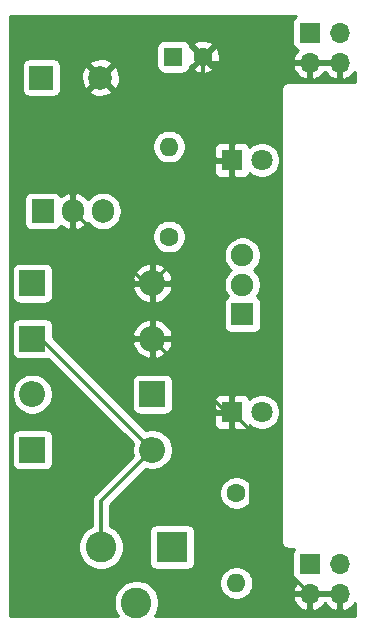
<source format=gbl>
%TF.GenerationSoftware,KiCad,Pcbnew,5.1.8-db9833491~88~ubuntu18.04.1*%
%TF.CreationDate,2021-01-02T19:35:10+01:00*%
%TF.ProjectId,Breadboard_power_supply,42726561-6462-46f6-9172-645f706f7765,Rev A*%
%TF.SameCoordinates,Original*%
%TF.FileFunction,Copper,L2,Bot*%
%TF.FilePolarity,Positive*%
%FSLAX46Y46*%
G04 Gerber Fmt 4.6, Leading zero omitted, Abs format (unit mm)*
G04 Created by KiCad (PCBNEW 5.1.8-db9833491~88~ubuntu18.04.1) date 2021-01-02 19:35:10*
%MOMM*%
%LPD*%
G01*
G04 APERTURE LIST*
%TA.AperFunction,ComponentPad*%
%ADD10R,1.600000X1.600000*%
%TD*%
%TA.AperFunction,ComponentPad*%
%ADD11C,1.600000*%
%TD*%
%TA.AperFunction,ComponentPad*%
%ADD12R,2.000000X2.000000*%
%TD*%
%TA.AperFunction,ComponentPad*%
%ADD13C,2.000000*%
%TD*%
%TA.AperFunction,ComponentPad*%
%ADD14O,2.200000X2.200000*%
%TD*%
%TA.AperFunction,ComponentPad*%
%ADD15R,2.200000X2.200000*%
%TD*%
%TA.AperFunction,ComponentPad*%
%ADD16C,1.800000*%
%TD*%
%TA.AperFunction,ComponentPad*%
%ADD17R,1.800000X1.800000*%
%TD*%
%TA.AperFunction,ComponentPad*%
%ADD18R,2.600000X2.600000*%
%TD*%
%TA.AperFunction,ComponentPad*%
%ADD19C,2.600000*%
%TD*%
%TA.AperFunction,ComponentPad*%
%ADD20R,1.700000X1.700000*%
%TD*%
%TA.AperFunction,ComponentPad*%
%ADD21O,1.700000X1.700000*%
%TD*%
%TA.AperFunction,ComponentPad*%
%ADD22O,1.600000X1.600000*%
%TD*%
%TA.AperFunction,ComponentPad*%
%ADD23R,1.900000X1.900000*%
%TD*%
%TA.AperFunction,ComponentPad*%
%ADD24C,1.900000*%
%TD*%
%TA.AperFunction,ComponentPad*%
%ADD25R,1.905000X2.000000*%
%TD*%
%TA.AperFunction,ComponentPad*%
%ADD26O,1.905000X2.000000*%
%TD*%
%TA.AperFunction,Conductor*%
%ADD27C,0.300000*%
%TD*%
%TA.AperFunction,Conductor*%
%ADD28C,0.254000*%
%TD*%
%TA.AperFunction,Conductor*%
%ADD29C,0.100000*%
%TD*%
G04 APERTURE END LIST*
D10*
%TO.P,C1,1*%
%TO.N,/Vout1*%
X128016000Y-64262000D03*
D11*
%TO.P,C1,2*%
%TO.N,/V-*%
X130516000Y-64262000D03*
%TD*%
D12*
%TO.P,C2,1*%
%TO.N,/Vin*%
X116840000Y-66040000D03*
D13*
%TO.P,C2,2*%
%TO.N,/V-*%
X121840000Y-66040000D03*
%TD*%
D14*
%TO.P,D1,2*%
%TO.N,/bj_pin1*%
X116078000Y-92837000D03*
D15*
%TO.P,D1,1*%
%TO.N,/Vin*%
X126238000Y-92837000D03*
%TD*%
%TO.P,D2,1*%
%TO.N,/bj_pin1*%
X116078000Y-83439000D03*
D14*
%TO.P,D2,2*%
%TO.N,/V-*%
X126238000Y-83439000D03*
%TD*%
D15*
%TO.P,D3,1*%
%TO.N,/Vin*%
X116078000Y-97536000D03*
D14*
%TO.P,D3,2*%
%TO.N,/bj_pin2*%
X126238000Y-97536000D03*
%TD*%
%TO.P,D4,2*%
%TO.N,/V-*%
X126238000Y-88138000D03*
D15*
%TO.P,D4,1*%
%TO.N,/bj_pin2*%
X116078000Y-88138000D03*
%TD*%
D16*
%TO.P,D5,2*%
%TO.N,Net-(D5-Pad2)*%
X135509000Y-94361000D03*
D17*
%TO.P,D5,1*%
%TO.N,/V-*%
X132969000Y-94361000D03*
%TD*%
%TO.P,D6,1*%
%TO.N,/V-*%
X132969000Y-73025000D03*
D16*
%TO.P,D6,2*%
%TO.N,Net-(D6-Pad2)*%
X135509000Y-73025000D03*
%TD*%
D18*
%TO.P,J1,1*%
%TO.N,/bj_pin1*%
X127889000Y-105791000D03*
D19*
%TO.P,J1,2*%
%TO.N,/bj_pin2*%
X121889000Y-105791000D03*
%TO.P,J1,3*%
%TO.N,Net-(J1-Pad3)*%
X124889000Y-110491000D03*
%TD*%
D20*
%TO.P,J2,1*%
%TO.N,/Vout2*%
X139573000Y-62230000D03*
D21*
%TO.P,J2,2*%
X142113000Y-62230000D03*
%TO.P,J2,3*%
%TO.N,/V-*%
X139573000Y-64770000D03*
%TO.P,J2,4*%
X142113000Y-64770000D03*
%TD*%
%TO.P,J3,4*%
%TO.N,/V-*%
X142113000Y-109755000D03*
%TO.P,J3,3*%
X139573000Y-109755000D03*
%TO.P,J3,2*%
%TO.N,/Vout2*%
X142113000Y-107215000D03*
D20*
%TO.P,J3,1*%
X139573000Y-107215000D03*
%TD*%
D22*
%TO.P,R1,2*%
%TO.N,Net-(D5-Pad2)*%
X133350000Y-108839000D03*
D11*
%TO.P,R1,1*%
%TO.N,/Vout1*%
X133350000Y-101219000D03*
%TD*%
%TO.P,R2,1*%
%TO.N,/Vout2*%
X127635000Y-79502000D03*
D22*
%TO.P,R2,2*%
%TO.N,Net-(D6-Pad2)*%
X127635000Y-71882000D03*
%TD*%
D23*
%TO.P,SW1,1*%
%TO.N,/Vout2*%
X133858000Y-86073000D03*
D24*
%TO.P,SW1,2*%
%TO.N,/Vout1*%
X133858000Y-83573000D03*
%TO.P,SW1,3*%
%TO.N,Net-(SW1-Pad3)*%
X133858000Y-81073000D03*
%TD*%
D25*
%TO.P,U1,1*%
%TO.N,/Vin*%
X116967000Y-77343000D03*
D26*
%TO.P,U1,2*%
%TO.N,/V-*%
X119507000Y-77343000D03*
%TO.P,U1,3*%
%TO.N,/Vout1*%
X122047000Y-77343000D03*
%TD*%
D27*
%TO.N,/V-*%
X142113000Y-109755000D02*
X139573000Y-109755000D01*
X134600001Y-95992001D02*
X132969000Y-94361000D01*
X134600001Y-104782001D02*
X134600001Y-95992001D01*
X139573000Y-109755000D02*
X134600001Y-104782001D01*
X119507000Y-77597000D02*
X119507000Y-77343000D01*
X139573000Y-64770000D02*
X142113000Y-64770000D01*
X131024000Y-64770000D02*
X130516000Y-64262000D01*
X139573000Y-64770000D02*
X131024000Y-64770000D01*
X119507000Y-68373000D02*
X121840000Y-66040000D01*
X119507000Y-77343000D02*
X119507000Y-68373000D01*
X132969000Y-73025000D02*
X132969000Y-71755000D01*
X130516000Y-69302000D02*
X130516000Y-64262000D01*
X132969000Y-71755000D02*
X130516000Y-69302000D01*
X126238000Y-88138000D02*
X126238000Y-83439000D01*
X132461000Y-94361000D02*
X126238000Y-88138000D01*
X132969000Y-94361000D02*
X132461000Y-94361000D01*
X132969000Y-76708000D02*
X132969000Y-73025000D01*
X126238000Y-83439000D02*
X132969000Y-76708000D01*
X125603000Y-83439000D02*
X119507000Y-77343000D01*
X126238000Y-83439000D02*
X125603000Y-83439000D01*
%TO.N,/bj_pin1*%
X115570000Y-83820000D02*
X115316000Y-83566000D01*
%TO.N,/bj_pin2*%
X116162666Y-88222666D02*
X115316000Y-88222666D01*
X121889000Y-101885000D02*
X126238000Y-97536000D01*
X121889000Y-105791000D02*
X121889000Y-101885000D01*
X116840000Y-88138000D02*
X116078000Y-88138000D01*
X126238000Y-97536000D02*
X116840000Y-88138000D01*
%TD*%
D28*
%TO.N,/V-*%
X138271815Y-60928815D02*
X138192463Y-61025506D01*
X138133498Y-61135820D01*
X138097188Y-61255518D01*
X138084928Y-61380000D01*
X138084928Y-63080000D01*
X138097188Y-63204482D01*
X138133498Y-63324180D01*
X138192463Y-63434494D01*
X138271815Y-63531185D01*
X138368506Y-63610537D01*
X138478820Y-63669502D01*
X138559466Y-63693966D01*
X138475412Y-63769731D01*
X138301359Y-64003080D01*
X138176175Y-64265901D01*
X138131524Y-64413110D01*
X138252845Y-64643000D01*
X139446000Y-64643000D01*
X139446000Y-64623000D01*
X139700000Y-64623000D01*
X139700000Y-64643000D01*
X141986000Y-64643000D01*
X141986000Y-64623000D01*
X142240000Y-64623000D01*
X142240000Y-64643000D01*
X142260000Y-64643000D01*
X142260000Y-64897000D01*
X142240000Y-64897000D01*
X142240000Y-66090814D01*
X142469891Y-66211481D01*
X142744252Y-66114157D01*
X142994355Y-65965178D01*
X143210588Y-65770269D01*
X143358001Y-65572636D01*
X143358001Y-66396000D01*
X137827419Y-66396000D01*
X137795000Y-66392807D01*
X137762581Y-66396000D01*
X137665617Y-66405550D01*
X137541207Y-66443290D01*
X137426550Y-66504575D01*
X137326052Y-66587052D01*
X137243575Y-66687550D01*
X137182290Y-66802207D01*
X137144550Y-66926617D01*
X137131807Y-67056000D01*
X137135001Y-67088429D01*
X137135000Y-105250581D01*
X137131807Y-105283000D01*
X137144550Y-105412383D01*
X137182290Y-105536793D01*
X137243575Y-105651450D01*
X137305519Y-105726928D01*
X137326052Y-105751948D01*
X137426550Y-105834425D01*
X137541207Y-105895710D01*
X137665617Y-105933450D01*
X137795000Y-105946193D01*
X137827419Y-105943000D01*
X138247864Y-105943000D01*
X138192463Y-106010506D01*
X138133498Y-106120820D01*
X138097188Y-106240518D01*
X138084928Y-106365000D01*
X138084928Y-108065000D01*
X138097188Y-108189482D01*
X138133498Y-108309180D01*
X138192463Y-108419494D01*
X138271815Y-108516185D01*
X138368506Y-108595537D01*
X138478820Y-108654502D01*
X138559466Y-108678966D01*
X138475412Y-108754731D01*
X138301359Y-108988080D01*
X138176175Y-109250901D01*
X138131524Y-109398110D01*
X138252845Y-109628000D01*
X139446000Y-109628000D01*
X139446000Y-109608000D01*
X139700000Y-109608000D01*
X139700000Y-109628000D01*
X141986000Y-109628000D01*
X141986000Y-109608000D01*
X142240000Y-109608000D01*
X142240000Y-109628000D01*
X142260000Y-109628000D01*
X142260000Y-109882000D01*
X142240000Y-109882000D01*
X142240000Y-111075814D01*
X142469891Y-111196481D01*
X142744252Y-111099157D01*
X142994355Y-110950178D01*
X143210588Y-110755269D01*
X143358000Y-110557637D01*
X143358000Y-111608000D01*
X126469850Y-111608000D01*
X126603775Y-111407566D01*
X126749639Y-111055419D01*
X126824000Y-110681581D01*
X126824000Y-110300419D01*
X126749639Y-109926581D01*
X126603775Y-109574434D01*
X126392013Y-109257509D01*
X126122491Y-108987987D01*
X125805566Y-108776225D01*
X125615906Y-108697665D01*
X131915000Y-108697665D01*
X131915000Y-108980335D01*
X131970147Y-109257574D01*
X132078320Y-109518727D01*
X132235363Y-109753759D01*
X132435241Y-109953637D01*
X132670273Y-110110680D01*
X132931426Y-110218853D01*
X133208665Y-110274000D01*
X133491335Y-110274000D01*
X133768574Y-110218853D01*
X134026805Y-110111890D01*
X138131524Y-110111890D01*
X138176175Y-110259099D01*
X138301359Y-110521920D01*
X138475412Y-110755269D01*
X138691645Y-110950178D01*
X138941748Y-111099157D01*
X139216109Y-111196481D01*
X139446000Y-111075814D01*
X139446000Y-109882000D01*
X139700000Y-109882000D01*
X139700000Y-111075814D01*
X139929891Y-111196481D01*
X140204252Y-111099157D01*
X140454355Y-110950178D01*
X140670588Y-110755269D01*
X140843000Y-110524120D01*
X141015412Y-110755269D01*
X141231645Y-110950178D01*
X141481748Y-111099157D01*
X141756109Y-111196481D01*
X141986000Y-111075814D01*
X141986000Y-109882000D01*
X139700000Y-109882000D01*
X139446000Y-109882000D01*
X138252845Y-109882000D01*
X138131524Y-110111890D01*
X134026805Y-110111890D01*
X134029727Y-110110680D01*
X134264759Y-109953637D01*
X134464637Y-109753759D01*
X134621680Y-109518727D01*
X134729853Y-109257574D01*
X134785000Y-108980335D01*
X134785000Y-108697665D01*
X134729853Y-108420426D01*
X134621680Y-108159273D01*
X134464637Y-107924241D01*
X134264759Y-107724363D01*
X134029727Y-107567320D01*
X133768574Y-107459147D01*
X133491335Y-107404000D01*
X133208665Y-107404000D01*
X132931426Y-107459147D01*
X132670273Y-107567320D01*
X132435241Y-107724363D01*
X132235363Y-107924241D01*
X132078320Y-108159273D01*
X131970147Y-108420426D01*
X131915000Y-108697665D01*
X125615906Y-108697665D01*
X125453419Y-108630361D01*
X125079581Y-108556000D01*
X124698419Y-108556000D01*
X124324581Y-108630361D01*
X123972434Y-108776225D01*
X123655509Y-108987987D01*
X123385987Y-109257509D01*
X123174225Y-109574434D01*
X123028361Y-109926581D01*
X122954000Y-110300419D01*
X122954000Y-110681581D01*
X123028361Y-111055419D01*
X123174225Y-111407566D01*
X123308150Y-111608000D01*
X114198000Y-111608000D01*
X114198000Y-96436000D01*
X114339928Y-96436000D01*
X114339928Y-98636000D01*
X114352188Y-98760482D01*
X114388498Y-98880180D01*
X114447463Y-98990494D01*
X114526815Y-99087185D01*
X114623506Y-99166537D01*
X114733820Y-99225502D01*
X114853518Y-99261812D01*
X114978000Y-99274072D01*
X117178000Y-99274072D01*
X117302482Y-99261812D01*
X117422180Y-99225502D01*
X117532494Y-99166537D01*
X117629185Y-99087185D01*
X117708537Y-98990494D01*
X117767502Y-98880180D01*
X117803812Y-98760482D01*
X117816072Y-98636000D01*
X117816072Y-96436000D01*
X117803812Y-96311518D01*
X117767502Y-96191820D01*
X117708537Y-96081506D01*
X117629185Y-95984815D01*
X117532494Y-95905463D01*
X117422180Y-95846498D01*
X117302482Y-95810188D01*
X117178000Y-95797928D01*
X114978000Y-95797928D01*
X114853518Y-95810188D01*
X114733820Y-95846498D01*
X114623506Y-95905463D01*
X114526815Y-95984815D01*
X114447463Y-96081506D01*
X114388498Y-96191820D01*
X114352188Y-96311518D01*
X114339928Y-96436000D01*
X114198000Y-96436000D01*
X114198000Y-92666117D01*
X114343000Y-92666117D01*
X114343000Y-93007883D01*
X114409675Y-93343081D01*
X114540463Y-93658831D01*
X114730337Y-93942998D01*
X114972002Y-94184663D01*
X115256169Y-94374537D01*
X115571919Y-94505325D01*
X115907117Y-94572000D01*
X116248883Y-94572000D01*
X116584081Y-94505325D01*
X116899831Y-94374537D01*
X117183998Y-94184663D01*
X117425663Y-93942998D01*
X117615537Y-93658831D01*
X117746325Y-93343081D01*
X117813000Y-93007883D01*
X117813000Y-92666117D01*
X117746325Y-92330919D01*
X117615537Y-92015169D01*
X117425663Y-91731002D01*
X117183998Y-91489337D01*
X116899831Y-91299463D01*
X116584081Y-91168675D01*
X116248883Y-91102000D01*
X115907117Y-91102000D01*
X115571919Y-91168675D01*
X115256169Y-91299463D01*
X114972002Y-91489337D01*
X114730337Y-91731002D01*
X114540463Y-92015169D01*
X114409675Y-92330919D01*
X114343000Y-92666117D01*
X114198000Y-92666117D01*
X114198000Y-87038000D01*
X114339928Y-87038000D01*
X114339928Y-89238000D01*
X114352188Y-89362482D01*
X114388498Y-89482180D01*
X114447463Y-89592494D01*
X114526815Y-89689185D01*
X114623506Y-89768537D01*
X114733820Y-89827502D01*
X114853518Y-89863812D01*
X114978000Y-89876072D01*
X117178000Y-89876072D01*
X117302482Y-89863812D01*
X117420005Y-89828162D01*
X124584931Y-96993089D01*
X124569675Y-97029919D01*
X124503000Y-97365117D01*
X124503000Y-97706883D01*
X124569675Y-98042081D01*
X124584931Y-98078912D01*
X121361185Y-101302658D01*
X121331237Y-101327236D01*
X121306659Y-101357184D01*
X121306655Y-101357188D01*
X121273690Y-101397356D01*
X121233139Y-101446767D01*
X121194177Y-101519660D01*
X121160246Y-101583141D01*
X121115359Y-101731114D01*
X121100203Y-101885000D01*
X121104001Y-101923563D01*
X121104000Y-104021728D01*
X120972434Y-104076225D01*
X120655509Y-104287987D01*
X120385987Y-104557509D01*
X120174225Y-104874434D01*
X120028361Y-105226581D01*
X119954000Y-105600419D01*
X119954000Y-105981581D01*
X120028361Y-106355419D01*
X120174225Y-106707566D01*
X120385987Y-107024491D01*
X120655509Y-107294013D01*
X120972434Y-107505775D01*
X121324581Y-107651639D01*
X121698419Y-107726000D01*
X122079581Y-107726000D01*
X122453419Y-107651639D01*
X122805566Y-107505775D01*
X123122491Y-107294013D01*
X123392013Y-107024491D01*
X123603775Y-106707566D01*
X123749639Y-106355419D01*
X123824000Y-105981581D01*
X123824000Y-105600419D01*
X123749639Y-105226581D01*
X123603775Y-104874434D01*
X123392013Y-104557509D01*
X123325504Y-104491000D01*
X125950928Y-104491000D01*
X125950928Y-107091000D01*
X125963188Y-107215482D01*
X125999498Y-107335180D01*
X126058463Y-107445494D01*
X126137815Y-107542185D01*
X126234506Y-107621537D01*
X126344820Y-107680502D01*
X126464518Y-107716812D01*
X126589000Y-107729072D01*
X129189000Y-107729072D01*
X129313482Y-107716812D01*
X129433180Y-107680502D01*
X129543494Y-107621537D01*
X129640185Y-107542185D01*
X129719537Y-107445494D01*
X129778502Y-107335180D01*
X129814812Y-107215482D01*
X129827072Y-107091000D01*
X129827072Y-104491000D01*
X129814812Y-104366518D01*
X129778502Y-104246820D01*
X129719537Y-104136506D01*
X129640185Y-104039815D01*
X129543494Y-103960463D01*
X129433180Y-103901498D01*
X129313482Y-103865188D01*
X129189000Y-103852928D01*
X126589000Y-103852928D01*
X126464518Y-103865188D01*
X126344820Y-103901498D01*
X126234506Y-103960463D01*
X126137815Y-104039815D01*
X126058463Y-104136506D01*
X125999498Y-104246820D01*
X125963188Y-104366518D01*
X125950928Y-104491000D01*
X123325504Y-104491000D01*
X123122491Y-104287987D01*
X122805566Y-104076225D01*
X122674000Y-104021729D01*
X122674000Y-102210157D01*
X123806492Y-101077665D01*
X131915000Y-101077665D01*
X131915000Y-101360335D01*
X131970147Y-101637574D01*
X132078320Y-101898727D01*
X132235363Y-102133759D01*
X132435241Y-102333637D01*
X132670273Y-102490680D01*
X132931426Y-102598853D01*
X133208665Y-102654000D01*
X133491335Y-102654000D01*
X133768574Y-102598853D01*
X134029727Y-102490680D01*
X134264759Y-102333637D01*
X134464637Y-102133759D01*
X134621680Y-101898727D01*
X134729853Y-101637574D01*
X134785000Y-101360335D01*
X134785000Y-101077665D01*
X134729853Y-100800426D01*
X134621680Y-100539273D01*
X134464637Y-100304241D01*
X134264759Y-100104363D01*
X134029727Y-99947320D01*
X133768574Y-99839147D01*
X133491335Y-99784000D01*
X133208665Y-99784000D01*
X132931426Y-99839147D01*
X132670273Y-99947320D01*
X132435241Y-100104363D01*
X132235363Y-100304241D01*
X132078320Y-100539273D01*
X131970147Y-100800426D01*
X131915000Y-101077665D01*
X123806492Y-101077665D01*
X125695088Y-99189069D01*
X125731919Y-99204325D01*
X126067117Y-99271000D01*
X126408883Y-99271000D01*
X126744081Y-99204325D01*
X127059831Y-99073537D01*
X127343998Y-98883663D01*
X127585663Y-98641998D01*
X127775537Y-98357831D01*
X127906325Y-98042081D01*
X127973000Y-97706883D01*
X127973000Y-97365117D01*
X127906325Y-97029919D01*
X127775537Y-96714169D01*
X127585663Y-96430002D01*
X127343998Y-96188337D01*
X127059831Y-95998463D01*
X126744081Y-95867675D01*
X126408883Y-95801000D01*
X126067117Y-95801000D01*
X125731919Y-95867675D01*
X125695089Y-95882931D01*
X125073158Y-95261000D01*
X131430928Y-95261000D01*
X131443188Y-95385482D01*
X131479498Y-95505180D01*
X131538463Y-95615494D01*
X131617815Y-95712185D01*
X131714506Y-95791537D01*
X131824820Y-95850502D01*
X131944518Y-95886812D01*
X132069000Y-95899072D01*
X132683250Y-95896000D01*
X132842000Y-95737250D01*
X132842000Y-94488000D01*
X131592750Y-94488000D01*
X131434000Y-94646750D01*
X131430928Y-95261000D01*
X125073158Y-95261000D01*
X121549158Y-91737000D01*
X124499928Y-91737000D01*
X124499928Y-93937000D01*
X124512188Y-94061482D01*
X124548498Y-94181180D01*
X124607463Y-94291494D01*
X124686815Y-94388185D01*
X124783506Y-94467537D01*
X124893820Y-94526502D01*
X125013518Y-94562812D01*
X125138000Y-94575072D01*
X127338000Y-94575072D01*
X127462482Y-94562812D01*
X127582180Y-94526502D01*
X127692494Y-94467537D01*
X127789185Y-94388185D01*
X127868537Y-94291494D01*
X127927502Y-94181180D01*
X127963812Y-94061482D01*
X127976072Y-93937000D01*
X127976072Y-93461000D01*
X131430928Y-93461000D01*
X131434000Y-94075250D01*
X131592750Y-94234000D01*
X132842000Y-94234000D01*
X132842000Y-92984750D01*
X133096000Y-92984750D01*
X133096000Y-94234000D01*
X133116000Y-94234000D01*
X133116000Y-94488000D01*
X133096000Y-94488000D01*
X133096000Y-95737250D01*
X133254750Y-95896000D01*
X133869000Y-95899072D01*
X133993482Y-95886812D01*
X134113180Y-95850502D01*
X134223494Y-95791537D01*
X134320185Y-95712185D01*
X134399537Y-95615494D01*
X134458502Y-95505180D01*
X134464056Y-95486873D01*
X134530495Y-95553312D01*
X134781905Y-95721299D01*
X135061257Y-95837011D01*
X135357816Y-95896000D01*
X135660184Y-95896000D01*
X135956743Y-95837011D01*
X136236095Y-95721299D01*
X136487505Y-95553312D01*
X136701312Y-95339505D01*
X136869299Y-95088095D01*
X136985011Y-94808743D01*
X137044000Y-94512184D01*
X137044000Y-94209816D01*
X136985011Y-93913257D01*
X136869299Y-93633905D01*
X136701312Y-93382495D01*
X136487505Y-93168688D01*
X136236095Y-93000701D01*
X135956743Y-92884989D01*
X135660184Y-92826000D01*
X135357816Y-92826000D01*
X135061257Y-92884989D01*
X134781905Y-93000701D01*
X134530495Y-93168688D01*
X134464056Y-93235127D01*
X134458502Y-93216820D01*
X134399537Y-93106506D01*
X134320185Y-93009815D01*
X134223494Y-92930463D01*
X134113180Y-92871498D01*
X133993482Y-92835188D01*
X133869000Y-92822928D01*
X133254750Y-92826000D01*
X133096000Y-92984750D01*
X132842000Y-92984750D01*
X132683250Y-92826000D01*
X132069000Y-92822928D01*
X131944518Y-92835188D01*
X131824820Y-92871498D01*
X131714506Y-92930463D01*
X131617815Y-93009815D01*
X131538463Y-93106506D01*
X131479498Y-93216820D01*
X131443188Y-93336518D01*
X131430928Y-93461000D01*
X127976072Y-93461000D01*
X127976072Y-91737000D01*
X127963812Y-91612518D01*
X127927502Y-91492820D01*
X127868537Y-91382506D01*
X127789185Y-91285815D01*
X127692494Y-91206463D01*
X127582180Y-91147498D01*
X127462482Y-91111188D01*
X127338000Y-91098928D01*
X125138000Y-91098928D01*
X125013518Y-91111188D01*
X124893820Y-91147498D01*
X124783506Y-91206463D01*
X124686815Y-91285815D01*
X124607463Y-91382506D01*
X124548498Y-91492820D01*
X124512188Y-91612518D01*
X124499928Y-91737000D01*
X121549158Y-91737000D01*
X118346280Y-88534122D01*
X124548825Y-88534122D01*
X124613425Y-88747094D01*
X124763469Y-89052329D01*
X124970178Y-89322427D01*
X125225609Y-89547008D01*
X125519946Y-89717442D01*
X125841877Y-89827179D01*
X126111000Y-89709600D01*
X126111000Y-88265000D01*
X126365000Y-88265000D01*
X126365000Y-89709600D01*
X126634123Y-89827179D01*
X126956054Y-89717442D01*
X127250391Y-89547008D01*
X127505822Y-89322427D01*
X127712531Y-89052329D01*
X127862575Y-88747094D01*
X127927175Y-88534122D01*
X127809125Y-88265000D01*
X126365000Y-88265000D01*
X126111000Y-88265000D01*
X124666875Y-88265000D01*
X124548825Y-88534122D01*
X118346280Y-88534122D01*
X117816072Y-88003915D01*
X117816072Y-87741878D01*
X124548825Y-87741878D01*
X124666875Y-88011000D01*
X126111000Y-88011000D01*
X126111000Y-86566400D01*
X126365000Y-86566400D01*
X126365000Y-88011000D01*
X127809125Y-88011000D01*
X127927175Y-87741878D01*
X127862575Y-87528906D01*
X127712531Y-87223671D01*
X127505822Y-86953573D01*
X127250391Y-86728992D01*
X126956054Y-86558558D01*
X126634123Y-86448821D01*
X126365000Y-86566400D01*
X126111000Y-86566400D01*
X125841877Y-86448821D01*
X125519946Y-86558558D01*
X125225609Y-86728992D01*
X124970178Y-86953573D01*
X124763469Y-87223671D01*
X124613425Y-87528906D01*
X124548825Y-87741878D01*
X117816072Y-87741878D01*
X117816072Y-87038000D01*
X117803812Y-86913518D01*
X117767502Y-86793820D01*
X117708537Y-86683506D01*
X117629185Y-86586815D01*
X117532494Y-86507463D01*
X117422180Y-86448498D01*
X117302482Y-86412188D01*
X117178000Y-86399928D01*
X114978000Y-86399928D01*
X114853518Y-86412188D01*
X114733820Y-86448498D01*
X114623506Y-86507463D01*
X114526815Y-86586815D01*
X114447463Y-86683506D01*
X114388498Y-86793820D01*
X114352188Y-86913518D01*
X114339928Y-87038000D01*
X114198000Y-87038000D01*
X114198000Y-82339000D01*
X114339928Y-82339000D01*
X114339928Y-84539000D01*
X114352188Y-84663482D01*
X114388498Y-84783180D01*
X114447463Y-84893494D01*
X114526815Y-84990185D01*
X114623506Y-85069537D01*
X114733820Y-85128502D01*
X114853518Y-85164812D01*
X114978000Y-85177072D01*
X117178000Y-85177072D01*
X117302482Y-85164812D01*
X117422180Y-85128502D01*
X117532494Y-85069537D01*
X117629185Y-84990185D01*
X117708537Y-84893494D01*
X117767502Y-84783180D01*
X117803812Y-84663482D01*
X117816072Y-84539000D01*
X117816072Y-83835122D01*
X124548825Y-83835122D01*
X124613425Y-84048094D01*
X124763469Y-84353329D01*
X124970178Y-84623427D01*
X125225609Y-84848008D01*
X125519946Y-85018442D01*
X125841877Y-85128179D01*
X126111000Y-85010600D01*
X126111000Y-83566000D01*
X126365000Y-83566000D01*
X126365000Y-85010600D01*
X126634123Y-85128179D01*
X126649316Y-85123000D01*
X132269928Y-85123000D01*
X132269928Y-87023000D01*
X132282188Y-87147482D01*
X132318498Y-87267180D01*
X132377463Y-87377494D01*
X132456815Y-87474185D01*
X132553506Y-87553537D01*
X132663820Y-87612502D01*
X132783518Y-87648812D01*
X132908000Y-87661072D01*
X134808000Y-87661072D01*
X134932482Y-87648812D01*
X135052180Y-87612502D01*
X135162494Y-87553537D01*
X135259185Y-87474185D01*
X135338537Y-87377494D01*
X135397502Y-87267180D01*
X135433812Y-87147482D01*
X135446072Y-87023000D01*
X135446072Y-85123000D01*
X135433812Y-84998518D01*
X135397502Y-84878820D01*
X135338537Y-84768506D01*
X135259185Y-84671815D01*
X135162494Y-84592463D01*
X135103979Y-84561186D01*
X135262609Y-84323779D01*
X135382089Y-84035327D01*
X135443000Y-83729109D01*
X135443000Y-83416891D01*
X135382089Y-83110673D01*
X135262609Y-82822221D01*
X135089150Y-82562621D01*
X134868379Y-82341850D01*
X134840168Y-82323000D01*
X134868379Y-82304150D01*
X135089150Y-82083379D01*
X135262609Y-81823779D01*
X135382089Y-81535327D01*
X135443000Y-81229109D01*
X135443000Y-80916891D01*
X135382089Y-80610673D01*
X135262609Y-80322221D01*
X135089150Y-80062621D01*
X134868379Y-79841850D01*
X134608779Y-79668391D01*
X134320327Y-79548911D01*
X134014109Y-79488000D01*
X133701891Y-79488000D01*
X133395673Y-79548911D01*
X133107221Y-79668391D01*
X132847621Y-79841850D01*
X132626850Y-80062621D01*
X132453391Y-80322221D01*
X132333911Y-80610673D01*
X132273000Y-80916891D01*
X132273000Y-81229109D01*
X132333911Y-81535327D01*
X132453391Y-81823779D01*
X132626850Y-82083379D01*
X132847621Y-82304150D01*
X132875832Y-82323000D01*
X132847621Y-82341850D01*
X132626850Y-82562621D01*
X132453391Y-82822221D01*
X132333911Y-83110673D01*
X132273000Y-83416891D01*
X132273000Y-83729109D01*
X132333911Y-84035327D01*
X132453391Y-84323779D01*
X132612021Y-84561186D01*
X132553506Y-84592463D01*
X132456815Y-84671815D01*
X132377463Y-84768506D01*
X132318498Y-84878820D01*
X132282188Y-84998518D01*
X132269928Y-85123000D01*
X126649316Y-85123000D01*
X126956054Y-85018442D01*
X127250391Y-84848008D01*
X127505822Y-84623427D01*
X127712531Y-84353329D01*
X127862575Y-84048094D01*
X127927175Y-83835122D01*
X127809125Y-83566000D01*
X126365000Y-83566000D01*
X126111000Y-83566000D01*
X124666875Y-83566000D01*
X124548825Y-83835122D01*
X117816072Y-83835122D01*
X117816072Y-83042878D01*
X124548825Y-83042878D01*
X124666875Y-83312000D01*
X126111000Y-83312000D01*
X126111000Y-81867400D01*
X126365000Y-81867400D01*
X126365000Y-83312000D01*
X127809125Y-83312000D01*
X127927175Y-83042878D01*
X127862575Y-82829906D01*
X127712531Y-82524671D01*
X127505822Y-82254573D01*
X127250391Y-82029992D01*
X126956054Y-81859558D01*
X126634123Y-81749821D01*
X126365000Y-81867400D01*
X126111000Y-81867400D01*
X125841877Y-81749821D01*
X125519946Y-81859558D01*
X125225609Y-82029992D01*
X124970178Y-82254573D01*
X124763469Y-82524671D01*
X124613425Y-82829906D01*
X124548825Y-83042878D01*
X117816072Y-83042878D01*
X117816072Y-82339000D01*
X117803812Y-82214518D01*
X117767502Y-82094820D01*
X117708537Y-81984506D01*
X117629185Y-81887815D01*
X117532494Y-81808463D01*
X117422180Y-81749498D01*
X117302482Y-81713188D01*
X117178000Y-81700928D01*
X114978000Y-81700928D01*
X114853518Y-81713188D01*
X114733820Y-81749498D01*
X114623506Y-81808463D01*
X114526815Y-81887815D01*
X114447463Y-81984506D01*
X114388498Y-82094820D01*
X114352188Y-82214518D01*
X114339928Y-82339000D01*
X114198000Y-82339000D01*
X114198000Y-79360665D01*
X126200000Y-79360665D01*
X126200000Y-79643335D01*
X126255147Y-79920574D01*
X126363320Y-80181727D01*
X126520363Y-80416759D01*
X126720241Y-80616637D01*
X126955273Y-80773680D01*
X127216426Y-80881853D01*
X127493665Y-80937000D01*
X127776335Y-80937000D01*
X128053574Y-80881853D01*
X128314727Y-80773680D01*
X128549759Y-80616637D01*
X128749637Y-80416759D01*
X128906680Y-80181727D01*
X129014853Y-79920574D01*
X129070000Y-79643335D01*
X129070000Y-79360665D01*
X129014853Y-79083426D01*
X128906680Y-78822273D01*
X128749637Y-78587241D01*
X128549759Y-78387363D01*
X128314727Y-78230320D01*
X128053574Y-78122147D01*
X127776335Y-78067000D01*
X127493665Y-78067000D01*
X127216426Y-78122147D01*
X126955273Y-78230320D01*
X126720241Y-78387363D01*
X126520363Y-78587241D01*
X126363320Y-78822273D01*
X126255147Y-79083426D01*
X126200000Y-79360665D01*
X114198000Y-79360665D01*
X114198000Y-76343000D01*
X115376428Y-76343000D01*
X115376428Y-78343000D01*
X115388688Y-78467482D01*
X115424998Y-78587180D01*
X115483963Y-78697494D01*
X115563315Y-78794185D01*
X115660006Y-78873537D01*
X115770320Y-78932502D01*
X115890018Y-78968812D01*
X116014500Y-78981072D01*
X117919500Y-78981072D01*
X118043982Y-78968812D01*
X118163680Y-78932502D01*
X118273994Y-78873537D01*
X118370685Y-78794185D01*
X118450037Y-78697494D01*
X118499059Y-78605781D01*
X118640077Y-78718969D01*
X118915906Y-78862571D01*
X119134020Y-78933563D01*
X119380000Y-78813594D01*
X119380000Y-77470000D01*
X119360000Y-77470000D01*
X119360000Y-77216000D01*
X119380000Y-77216000D01*
X119380000Y-75872406D01*
X119634000Y-75872406D01*
X119634000Y-77216000D01*
X119654000Y-77216000D01*
X119654000Y-77470000D01*
X119634000Y-77470000D01*
X119634000Y-78813594D01*
X119879980Y-78933563D01*
X120098094Y-78862571D01*
X120373923Y-78718969D01*
X120616437Y-78524315D01*
X120771837Y-78339101D01*
X120919037Y-78518463D01*
X121160766Y-78716845D01*
X121436552Y-78864255D01*
X121735797Y-78955030D01*
X122047000Y-78985681D01*
X122358204Y-78955030D01*
X122657449Y-78864255D01*
X122933235Y-78716845D01*
X123174963Y-78518463D01*
X123373345Y-78276734D01*
X123520755Y-78000948D01*
X123611530Y-77701703D01*
X123634500Y-77468485D01*
X123634500Y-77217514D01*
X123611530Y-76984296D01*
X123520755Y-76685051D01*
X123373345Y-76409265D01*
X123174963Y-76167537D01*
X122933234Y-75969155D01*
X122657448Y-75821745D01*
X122358203Y-75730970D01*
X122047000Y-75700319D01*
X121735796Y-75730970D01*
X121436551Y-75821745D01*
X121160765Y-75969155D01*
X120919037Y-76167537D01*
X120771838Y-76346900D01*
X120616437Y-76161685D01*
X120373923Y-75967031D01*
X120098094Y-75823429D01*
X119879980Y-75752437D01*
X119634000Y-75872406D01*
X119380000Y-75872406D01*
X119134020Y-75752437D01*
X118915906Y-75823429D01*
X118640077Y-75967031D01*
X118499059Y-76080219D01*
X118450037Y-75988506D01*
X118370685Y-75891815D01*
X118273994Y-75812463D01*
X118163680Y-75753498D01*
X118043982Y-75717188D01*
X117919500Y-75704928D01*
X116014500Y-75704928D01*
X115890018Y-75717188D01*
X115770320Y-75753498D01*
X115660006Y-75812463D01*
X115563315Y-75891815D01*
X115483963Y-75988506D01*
X115424998Y-76098820D01*
X115388688Y-76218518D01*
X115376428Y-76343000D01*
X114198000Y-76343000D01*
X114198000Y-73925000D01*
X131430928Y-73925000D01*
X131443188Y-74049482D01*
X131479498Y-74169180D01*
X131538463Y-74279494D01*
X131617815Y-74376185D01*
X131714506Y-74455537D01*
X131824820Y-74514502D01*
X131944518Y-74550812D01*
X132069000Y-74563072D01*
X132683250Y-74560000D01*
X132842000Y-74401250D01*
X132842000Y-73152000D01*
X131592750Y-73152000D01*
X131434000Y-73310750D01*
X131430928Y-73925000D01*
X114198000Y-73925000D01*
X114198000Y-71740665D01*
X126200000Y-71740665D01*
X126200000Y-72023335D01*
X126255147Y-72300574D01*
X126363320Y-72561727D01*
X126520363Y-72796759D01*
X126720241Y-72996637D01*
X126955273Y-73153680D01*
X127216426Y-73261853D01*
X127493665Y-73317000D01*
X127776335Y-73317000D01*
X128053574Y-73261853D01*
X128314727Y-73153680D01*
X128549759Y-72996637D01*
X128749637Y-72796759D01*
X128906680Y-72561727D01*
X129014853Y-72300574D01*
X129049777Y-72125000D01*
X131430928Y-72125000D01*
X131434000Y-72739250D01*
X131592750Y-72898000D01*
X132842000Y-72898000D01*
X132842000Y-71648750D01*
X133096000Y-71648750D01*
X133096000Y-72898000D01*
X133116000Y-72898000D01*
X133116000Y-73152000D01*
X133096000Y-73152000D01*
X133096000Y-74401250D01*
X133254750Y-74560000D01*
X133869000Y-74563072D01*
X133993482Y-74550812D01*
X134113180Y-74514502D01*
X134223494Y-74455537D01*
X134320185Y-74376185D01*
X134399537Y-74279494D01*
X134458502Y-74169180D01*
X134464056Y-74150873D01*
X134530495Y-74217312D01*
X134781905Y-74385299D01*
X135061257Y-74501011D01*
X135357816Y-74560000D01*
X135660184Y-74560000D01*
X135956743Y-74501011D01*
X136236095Y-74385299D01*
X136487505Y-74217312D01*
X136701312Y-74003505D01*
X136869299Y-73752095D01*
X136985011Y-73472743D01*
X137044000Y-73176184D01*
X137044000Y-72873816D01*
X136985011Y-72577257D01*
X136869299Y-72297905D01*
X136701312Y-72046495D01*
X136487505Y-71832688D01*
X136236095Y-71664701D01*
X135956743Y-71548989D01*
X135660184Y-71490000D01*
X135357816Y-71490000D01*
X135061257Y-71548989D01*
X134781905Y-71664701D01*
X134530495Y-71832688D01*
X134464056Y-71899127D01*
X134458502Y-71880820D01*
X134399537Y-71770506D01*
X134320185Y-71673815D01*
X134223494Y-71594463D01*
X134113180Y-71535498D01*
X133993482Y-71499188D01*
X133869000Y-71486928D01*
X133254750Y-71490000D01*
X133096000Y-71648750D01*
X132842000Y-71648750D01*
X132683250Y-71490000D01*
X132069000Y-71486928D01*
X131944518Y-71499188D01*
X131824820Y-71535498D01*
X131714506Y-71594463D01*
X131617815Y-71673815D01*
X131538463Y-71770506D01*
X131479498Y-71880820D01*
X131443188Y-72000518D01*
X131430928Y-72125000D01*
X129049777Y-72125000D01*
X129070000Y-72023335D01*
X129070000Y-71740665D01*
X129014853Y-71463426D01*
X128906680Y-71202273D01*
X128749637Y-70967241D01*
X128549759Y-70767363D01*
X128314727Y-70610320D01*
X128053574Y-70502147D01*
X127776335Y-70447000D01*
X127493665Y-70447000D01*
X127216426Y-70502147D01*
X126955273Y-70610320D01*
X126720241Y-70767363D01*
X126520363Y-70967241D01*
X126363320Y-71202273D01*
X126255147Y-71463426D01*
X126200000Y-71740665D01*
X114198000Y-71740665D01*
X114198000Y-65040000D01*
X115201928Y-65040000D01*
X115201928Y-67040000D01*
X115214188Y-67164482D01*
X115250498Y-67284180D01*
X115309463Y-67394494D01*
X115388815Y-67491185D01*
X115485506Y-67570537D01*
X115595820Y-67629502D01*
X115715518Y-67665812D01*
X115840000Y-67678072D01*
X117840000Y-67678072D01*
X117964482Y-67665812D01*
X118084180Y-67629502D01*
X118194494Y-67570537D01*
X118291185Y-67491185D01*
X118370537Y-67394494D01*
X118429502Y-67284180D01*
X118462496Y-67175413D01*
X120884192Y-67175413D01*
X120979956Y-67439814D01*
X121269571Y-67580704D01*
X121581108Y-67662384D01*
X121902595Y-67681718D01*
X122221675Y-67637961D01*
X122526088Y-67532795D01*
X122700044Y-67439814D01*
X122795808Y-67175413D01*
X121840000Y-66219605D01*
X120884192Y-67175413D01*
X118462496Y-67175413D01*
X118465812Y-67164482D01*
X118478072Y-67040000D01*
X118478072Y-66102595D01*
X120198282Y-66102595D01*
X120242039Y-66421675D01*
X120347205Y-66726088D01*
X120440186Y-66900044D01*
X120704587Y-66995808D01*
X121660395Y-66040000D01*
X122019605Y-66040000D01*
X122975413Y-66995808D01*
X123239814Y-66900044D01*
X123380704Y-66610429D01*
X123462384Y-66298892D01*
X123481718Y-65977405D01*
X123437961Y-65658325D01*
X123332795Y-65353912D01*
X123239814Y-65179956D01*
X122975413Y-65084192D01*
X122019605Y-66040000D01*
X121660395Y-66040000D01*
X120704587Y-65084192D01*
X120440186Y-65179956D01*
X120299296Y-65469571D01*
X120217616Y-65781108D01*
X120198282Y-66102595D01*
X118478072Y-66102595D01*
X118478072Y-65040000D01*
X118465812Y-64915518D01*
X118462497Y-64904587D01*
X120884192Y-64904587D01*
X121840000Y-65860395D01*
X122795808Y-64904587D01*
X122700044Y-64640186D01*
X122410429Y-64499296D01*
X122098892Y-64417616D01*
X121777405Y-64398282D01*
X121458325Y-64442039D01*
X121153912Y-64547205D01*
X120979956Y-64640186D01*
X120884192Y-64904587D01*
X118462497Y-64904587D01*
X118429502Y-64795820D01*
X118370537Y-64685506D01*
X118291185Y-64588815D01*
X118194494Y-64509463D01*
X118084180Y-64450498D01*
X117964482Y-64414188D01*
X117840000Y-64401928D01*
X115840000Y-64401928D01*
X115715518Y-64414188D01*
X115595820Y-64450498D01*
X115485506Y-64509463D01*
X115388815Y-64588815D01*
X115309463Y-64685506D01*
X115250498Y-64795820D01*
X115214188Y-64915518D01*
X115201928Y-65040000D01*
X114198000Y-65040000D01*
X114198000Y-63462000D01*
X126577928Y-63462000D01*
X126577928Y-65062000D01*
X126590188Y-65186482D01*
X126626498Y-65306180D01*
X126685463Y-65416494D01*
X126764815Y-65513185D01*
X126861506Y-65592537D01*
X126971820Y-65651502D01*
X127091518Y-65687812D01*
X127216000Y-65700072D01*
X128816000Y-65700072D01*
X128940482Y-65687812D01*
X129060180Y-65651502D01*
X129170494Y-65592537D01*
X129267185Y-65513185D01*
X129346537Y-65416494D01*
X129405502Y-65306180D01*
X129421117Y-65254702D01*
X129702903Y-65254702D01*
X129774486Y-65498671D01*
X130029996Y-65619571D01*
X130304184Y-65688300D01*
X130586512Y-65702217D01*
X130866130Y-65660787D01*
X131132292Y-65565603D01*
X131257514Y-65498671D01*
X131329097Y-65254702D01*
X131201285Y-65126890D01*
X138131524Y-65126890D01*
X138176175Y-65274099D01*
X138301359Y-65536920D01*
X138475412Y-65770269D01*
X138691645Y-65965178D01*
X138941748Y-66114157D01*
X139216109Y-66211481D01*
X139446000Y-66090814D01*
X139446000Y-64897000D01*
X139700000Y-64897000D01*
X139700000Y-66090814D01*
X139929891Y-66211481D01*
X140204252Y-66114157D01*
X140454355Y-65965178D01*
X140670588Y-65770269D01*
X140843000Y-65539120D01*
X141015412Y-65770269D01*
X141231645Y-65965178D01*
X141481748Y-66114157D01*
X141756109Y-66211481D01*
X141986000Y-66090814D01*
X141986000Y-64897000D01*
X139700000Y-64897000D01*
X139446000Y-64897000D01*
X138252845Y-64897000D01*
X138131524Y-65126890D01*
X131201285Y-65126890D01*
X130516000Y-64441605D01*
X129702903Y-65254702D01*
X129421117Y-65254702D01*
X129441812Y-65186482D01*
X129454072Y-65062000D01*
X129454072Y-65054785D01*
X129523298Y-65075097D01*
X130336395Y-64262000D01*
X130695605Y-64262000D01*
X131508702Y-65075097D01*
X131752671Y-65003514D01*
X131873571Y-64748004D01*
X131942300Y-64473816D01*
X131956217Y-64191488D01*
X131914787Y-63911870D01*
X131819603Y-63645708D01*
X131752671Y-63520486D01*
X131508702Y-63448903D01*
X130695605Y-64262000D01*
X130336395Y-64262000D01*
X129523298Y-63448903D01*
X129454072Y-63469215D01*
X129454072Y-63462000D01*
X129441812Y-63337518D01*
X129421118Y-63269298D01*
X129702903Y-63269298D01*
X130516000Y-64082395D01*
X131329097Y-63269298D01*
X131257514Y-63025329D01*
X131002004Y-62904429D01*
X130727816Y-62835700D01*
X130445488Y-62821783D01*
X130165870Y-62863213D01*
X129899708Y-62958397D01*
X129774486Y-63025329D01*
X129702903Y-63269298D01*
X129421118Y-63269298D01*
X129405502Y-63217820D01*
X129346537Y-63107506D01*
X129267185Y-63010815D01*
X129170494Y-62931463D01*
X129060180Y-62872498D01*
X128940482Y-62836188D01*
X128816000Y-62823928D01*
X127216000Y-62823928D01*
X127091518Y-62836188D01*
X126971820Y-62872498D01*
X126861506Y-62931463D01*
X126764815Y-63010815D01*
X126685463Y-63107506D01*
X126626498Y-63217820D01*
X126590188Y-63337518D01*
X126577928Y-63462000D01*
X114198000Y-63462000D01*
X114198000Y-60858000D01*
X138358104Y-60858000D01*
X138271815Y-60928815D01*
%TA.AperFunction,Conductor*%
D29*
G36*
X138271815Y-60928815D02*
G01*
X138192463Y-61025506D01*
X138133498Y-61135820D01*
X138097188Y-61255518D01*
X138084928Y-61380000D01*
X138084928Y-63080000D01*
X138097188Y-63204482D01*
X138133498Y-63324180D01*
X138192463Y-63434494D01*
X138271815Y-63531185D01*
X138368506Y-63610537D01*
X138478820Y-63669502D01*
X138559466Y-63693966D01*
X138475412Y-63769731D01*
X138301359Y-64003080D01*
X138176175Y-64265901D01*
X138131524Y-64413110D01*
X138252845Y-64643000D01*
X139446000Y-64643000D01*
X139446000Y-64623000D01*
X139700000Y-64623000D01*
X139700000Y-64643000D01*
X141986000Y-64643000D01*
X141986000Y-64623000D01*
X142240000Y-64623000D01*
X142240000Y-64643000D01*
X142260000Y-64643000D01*
X142260000Y-64897000D01*
X142240000Y-64897000D01*
X142240000Y-66090814D01*
X142469891Y-66211481D01*
X142744252Y-66114157D01*
X142994355Y-65965178D01*
X143210588Y-65770269D01*
X143358001Y-65572636D01*
X143358001Y-66396000D01*
X137827419Y-66396000D01*
X137795000Y-66392807D01*
X137762581Y-66396000D01*
X137665617Y-66405550D01*
X137541207Y-66443290D01*
X137426550Y-66504575D01*
X137326052Y-66587052D01*
X137243575Y-66687550D01*
X137182290Y-66802207D01*
X137144550Y-66926617D01*
X137131807Y-67056000D01*
X137135001Y-67088429D01*
X137135000Y-105250581D01*
X137131807Y-105283000D01*
X137144550Y-105412383D01*
X137182290Y-105536793D01*
X137243575Y-105651450D01*
X137305519Y-105726928D01*
X137326052Y-105751948D01*
X137426550Y-105834425D01*
X137541207Y-105895710D01*
X137665617Y-105933450D01*
X137795000Y-105946193D01*
X137827419Y-105943000D01*
X138247864Y-105943000D01*
X138192463Y-106010506D01*
X138133498Y-106120820D01*
X138097188Y-106240518D01*
X138084928Y-106365000D01*
X138084928Y-108065000D01*
X138097188Y-108189482D01*
X138133498Y-108309180D01*
X138192463Y-108419494D01*
X138271815Y-108516185D01*
X138368506Y-108595537D01*
X138478820Y-108654502D01*
X138559466Y-108678966D01*
X138475412Y-108754731D01*
X138301359Y-108988080D01*
X138176175Y-109250901D01*
X138131524Y-109398110D01*
X138252845Y-109628000D01*
X139446000Y-109628000D01*
X139446000Y-109608000D01*
X139700000Y-109608000D01*
X139700000Y-109628000D01*
X141986000Y-109628000D01*
X141986000Y-109608000D01*
X142240000Y-109608000D01*
X142240000Y-109628000D01*
X142260000Y-109628000D01*
X142260000Y-109882000D01*
X142240000Y-109882000D01*
X142240000Y-111075814D01*
X142469891Y-111196481D01*
X142744252Y-111099157D01*
X142994355Y-110950178D01*
X143210588Y-110755269D01*
X143358000Y-110557637D01*
X143358000Y-111608000D01*
X126469850Y-111608000D01*
X126603775Y-111407566D01*
X126749639Y-111055419D01*
X126824000Y-110681581D01*
X126824000Y-110300419D01*
X126749639Y-109926581D01*
X126603775Y-109574434D01*
X126392013Y-109257509D01*
X126122491Y-108987987D01*
X125805566Y-108776225D01*
X125615906Y-108697665D01*
X131915000Y-108697665D01*
X131915000Y-108980335D01*
X131970147Y-109257574D01*
X132078320Y-109518727D01*
X132235363Y-109753759D01*
X132435241Y-109953637D01*
X132670273Y-110110680D01*
X132931426Y-110218853D01*
X133208665Y-110274000D01*
X133491335Y-110274000D01*
X133768574Y-110218853D01*
X134026805Y-110111890D01*
X138131524Y-110111890D01*
X138176175Y-110259099D01*
X138301359Y-110521920D01*
X138475412Y-110755269D01*
X138691645Y-110950178D01*
X138941748Y-111099157D01*
X139216109Y-111196481D01*
X139446000Y-111075814D01*
X139446000Y-109882000D01*
X139700000Y-109882000D01*
X139700000Y-111075814D01*
X139929891Y-111196481D01*
X140204252Y-111099157D01*
X140454355Y-110950178D01*
X140670588Y-110755269D01*
X140843000Y-110524120D01*
X141015412Y-110755269D01*
X141231645Y-110950178D01*
X141481748Y-111099157D01*
X141756109Y-111196481D01*
X141986000Y-111075814D01*
X141986000Y-109882000D01*
X139700000Y-109882000D01*
X139446000Y-109882000D01*
X138252845Y-109882000D01*
X138131524Y-110111890D01*
X134026805Y-110111890D01*
X134029727Y-110110680D01*
X134264759Y-109953637D01*
X134464637Y-109753759D01*
X134621680Y-109518727D01*
X134729853Y-109257574D01*
X134785000Y-108980335D01*
X134785000Y-108697665D01*
X134729853Y-108420426D01*
X134621680Y-108159273D01*
X134464637Y-107924241D01*
X134264759Y-107724363D01*
X134029727Y-107567320D01*
X133768574Y-107459147D01*
X133491335Y-107404000D01*
X133208665Y-107404000D01*
X132931426Y-107459147D01*
X132670273Y-107567320D01*
X132435241Y-107724363D01*
X132235363Y-107924241D01*
X132078320Y-108159273D01*
X131970147Y-108420426D01*
X131915000Y-108697665D01*
X125615906Y-108697665D01*
X125453419Y-108630361D01*
X125079581Y-108556000D01*
X124698419Y-108556000D01*
X124324581Y-108630361D01*
X123972434Y-108776225D01*
X123655509Y-108987987D01*
X123385987Y-109257509D01*
X123174225Y-109574434D01*
X123028361Y-109926581D01*
X122954000Y-110300419D01*
X122954000Y-110681581D01*
X123028361Y-111055419D01*
X123174225Y-111407566D01*
X123308150Y-111608000D01*
X114198000Y-111608000D01*
X114198000Y-96436000D01*
X114339928Y-96436000D01*
X114339928Y-98636000D01*
X114352188Y-98760482D01*
X114388498Y-98880180D01*
X114447463Y-98990494D01*
X114526815Y-99087185D01*
X114623506Y-99166537D01*
X114733820Y-99225502D01*
X114853518Y-99261812D01*
X114978000Y-99274072D01*
X117178000Y-99274072D01*
X117302482Y-99261812D01*
X117422180Y-99225502D01*
X117532494Y-99166537D01*
X117629185Y-99087185D01*
X117708537Y-98990494D01*
X117767502Y-98880180D01*
X117803812Y-98760482D01*
X117816072Y-98636000D01*
X117816072Y-96436000D01*
X117803812Y-96311518D01*
X117767502Y-96191820D01*
X117708537Y-96081506D01*
X117629185Y-95984815D01*
X117532494Y-95905463D01*
X117422180Y-95846498D01*
X117302482Y-95810188D01*
X117178000Y-95797928D01*
X114978000Y-95797928D01*
X114853518Y-95810188D01*
X114733820Y-95846498D01*
X114623506Y-95905463D01*
X114526815Y-95984815D01*
X114447463Y-96081506D01*
X114388498Y-96191820D01*
X114352188Y-96311518D01*
X114339928Y-96436000D01*
X114198000Y-96436000D01*
X114198000Y-92666117D01*
X114343000Y-92666117D01*
X114343000Y-93007883D01*
X114409675Y-93343081D01*
X114540463Y-93658831D01*
X114730337Y-93942998D01*
X114972002Y-94184663D01*
X115256169Y-94374537D01*
X115571919Y-94505325D01*
X115907117Y-94572000D01*
X116248883Y-94572000D01*
X116584081Y-94505325D01*
X116899831Y-94374537D01*
X117183998Y-94184663D01*
X117425663Y-93942998D01*
X117615537Y-93658831D01*
X117746325Y-93343081D01*
X117813000Y-93007883D01*
X117813000Y-92666117D01*
X117746325Y-92330919D01*
X117615537Y-92015169D01*
X117425663Y-91731002D01*
X117183998Y-91489337D01*
X116899831Y-91299463D01*
X116584081Y-91168675D01*
X116248883Y-91102000D01*
X115907117Y-91102000D01*
X115571919Y-91168675D01*
X115256169Y-91299463D01*
X114972002Y-91489337D01*
X114730337Y-91731002D01*
X114540463Y-92015169D01*
X114409675Y-92330919D01*
X114343000Y-92666117D01*
X114198000Y-92666117D01*
X114198000Y-87038000D01*
X114339928Y-87038000D01*
X114339928Y-89238000D01*
X114352188Y-89362482D01*
X114388498Y-89482180D01*
X114447463Y-89592494D01*
X114526815Y-89689185D01*
X114623506Y-89768537D01*
X114733820Y-89827502D01*
X114853518Y-89863812D01*
X114978000Y-89876072D01*
X117178000Y-89876072D01*
X117302482Y-89863812D01*
X117420005Y-89828162D01*
X124584931Y-96993089D01*
X124569675Y-97029919D01*
X124503000Y-97365117D01*
X124503000Y-97706883D01*
X124569675Y-98042081D01*
X124584931Y-98078912D01*
X121361185Y-101302658D01*
X121331237Y-101327236D01*
X121306659Y-101357184D01*
X121306655Y-101357188D01*
X121273690Y-101397356D01*
X121233139Y-101446767D01*
X121194177Y-101519660D01*
X121160246Y-101583141D01*
X121115359Y-101731114D01*
X121100203Y-101885000D01*
X121104001Y-101923563D01*
X121104000Y-104021728D01*
X120972434Y-104076225D01*
X120655509Y-104287987D01*
X120385987Y-104557509D01*
X120174225Y-104874434D01*
X120028361Y-105226581D01*
X119954000Y-105600419D01*
X119954000Y-105981581D01*
X120028361Y-106355419D01*
X120174225Y-106707566D01*
X120385987Y-107024491D01*
X120655509Y-107294013D01*
X120972434Y-107505775D01*
X121324581Y-107651639D01*
X121698419Y-107726000D01*
X122079581Y-107726000D01*
X122453419Y-107651639D01*
X122805566Y-107505775D01*
X123122491Y-107294013D01*
X123392013Y-107024491D01*
X123603775Y-106707566D01*
X123749639Y-106355419D01*
X123824000Y-105981581D01*
X123824000Y-105600419D01*
X123749639Y-105226581D01*
X123603775Y-104874434D01*
X123392013Y-104557509D01*
X123325504Y-104491000D01*
X125950928Y-104491000D01*
X125950928Y-107091000D01*
X125963188Y-107215482D01*
X125999498Y-107335180D01*
X126058463Y-107445494D01*
X126137815Y-107542185D01*
X126234506Y-107621537D01*
X126344820Y-107680502D01*
X126464518Y-107716812D01*
X126589000Y-107729072D01*
X129189000Y-107729072D01*
X129313482Y-107716812D01*
X129433180Y-107680502D01*
X129543494Y-107621537D01*
X129640185Y-107542185D01*
X129719537Y-107445494D01*
X129778502Y-107335180D01*
X129814812Y-107215482D01*
X129827072Y-107091000D01*
X129827072Y-104491000D01*
X129814812Y-104366518D01*
X129778502Y-104246820D01*
X129719537Y-104136506D01*
X129640185Y-104039815D01*
X129543494Y-103960463D01*
X129433180Y-103901498D01*
X129313482Y-103865188D01*
X129189000Y-103852928D01*
X126589000Y-103852928D01*
X126464518Y-103865188D01*
X126344820Y-103901498D01*
X126234506Y-103960463D01*
X126137815Y-104039815D01*
X126058463Y-104136506D01*
X125999498Y-104246820D01*
X125963188Y-104366518D01*
X125950928Y-104491000D01*
X123325504Y-104491000D01*
X123122491Y-104287987D01*
X122805566Y-104076225D01*
X122674000Y-104021729D01*
X122674000Y-102210157D01*
X123806492Y-101077665D01*
X131915000Y-101077665D01*
X131915000Y-101360335D01*
X131970147Y-101637574D01*
X132078320Y-101898727D01*
X132235363Y-102133759D01*
X132435241Y-102333637D01*
X132670273Y-102490680D01*
X132931426Y-102598853D01*
X133208665Y-102654000D01*
X133491335Y-102654000D01*
X133768574Y-102598853D01*
X134029727Y-102490680D01*
X134264759Y-102333637D01*
X134464637Y-102133759D01*
X134621680Y-101898727D01*
X134729853Y-101637574D01*
X134785000Y-101360335D01*
X134785000Y-101077665D01*
X134729853Y-100800426D01*
X134621680Y-100539273D01*
X134464637Y-100304241D01*
X134264759Y-100104363D01*
X134029727Y-99947320D01*
X133768574Y-99839147D01*
X133491335Y-99784000D01*
X133208665Y-99784000D01*
X132931426Y-99839147D01*
X132670273Y-99947320D01*
X132435241Y-100104363D01*
X132235363Y-100304241D01*
X132078320Y-100539273D01*
X131970147Y-100800426D01*
X131915000Y-101077665D01*
X123806492Y-101077665D01*
X125695088Y-99189069D01*
X125731919Y-99204325D01*
X126067117Y-99271000D01*
X126408883Y-99271000D01*
X126744081Y-99204325D01*
X127059831Y-99073537D01*
X127343998Y-98883663D01*
X127585663Y-98641998D01*
X127775537Y-98357831D01*
X127906325Y-98042081D01*
X127973000Y-97706883D01*
X127973000Y-97365117D01*
X127906325Y-97029919D01*
X127775537Y-96714169D01*
X127585663Y-96430002D01*
X127343998Y-96188337D01*
X127059831Y-95998463D01*
X126744081Y-95867675D01*
X126408883Y-95801000D01*
X126067117Y-95801000D01*
X125731919Y-95867675D01*
X125695089Y-95882931D01*
X125073158Y-95261000D01*
X131430928Y-95261000D01*
X131443188Y-95385482D01*
X131479498Y-95505180D01*
X131538463Y-95615494D01*
X131617815Y-95712185D01*
X131714506Y-95791537D01*
X131824820Y-95850502D01*
X131944518Y-95886812D01*
X132069000Y-95899072D01*
X132683250Y-95896000D01*
X132842000Y-95737250D01*
X132842000Y-94488000D01*
X131592750Y-94488000D01*
X131434000Y-94646750D01*
X131430928Y-95261000D01*
X125073158Y-95261000D01*
X121549158Y-91737000D01*
X124499928Y-91737000D01*
X124499928Y-93937000D01*
X124512188Y-94061482D01*
X124548498Y-94181180D01*
X124607463Y-94291494D01*
X124686815Y-94388185D01*
X124783506Y-94467537D01*
X124893820Y-94526502D01*
X125013518Y-94562812D01*
X125138000Y-94575072D01*
X127338000Y-94575072D01*
X127462482Y-94562812D01*
X127582180Y-94526502D01*
X127692494Y-94467537D01*
X127789185Y-94388185D01*
X127868537Y-94291494D01*
X127927502Y-94181180D01*
X127963812Y-94061482D01*
X127976072Y-93937000D01*
X127976072Y-93461000D01*
X131430928Y-93461000D01*
X131434000Y-94075250D01*
X131592750Y-94234000D01*
X132842000Y-94234000D01*
X132842000Y-92984750D01*
X133096000Y-92984750D01*
X133096000Y-94234000D01*
X133116000Y-94234000D01*
X133116000Y-94488000D01*
X133096000Y-94488000D01*
X133096000Y-95737250D01*
X133254750Y-95896000D01*
X133869000Y-95899072D01*
X133993482Y-95886812D01*
X134113180Y-95850502D01*
X134223494Y-95791537D01*
X134320185Y-95712185D01*
X134399537Y-95615494D01*
X134458502Y-95505180D01*
X134464056Y-95486873D01*
X134530495Y-95553312D01*
X134781905Y-95721299D01*
X135061257Y-95837011D01*
X135357816Y-95896000D01*
X135660184Y-95896000D01*
X135956743Y-95837011D01*
X136236095Y-95721299D01*
X136487505Y-95553312D01*
X136701312Y-95339505D01*
X136869299Y-95088095D01*
X136985011Y-94808743D01*
X137044000Y-94512184D01*
X137044000Y-94209816D01*
X136985011Y-93913257D01*
X136869299Y-93633905D01*
X136701312Y-93382495D01*
X136487505Y-93168688D01*
X136236095Y-93000701D01*
X135956743Y-92884989D01*
X135660184Y-92826000D01*
X135357816Y-92826000D01*
X135061257Y-92884989D01*
X134781905Y-93000701D01*
X134530495Y-93168688D01*
X134464056Y-93235127D01*
X134458502Y-93216820D01*
X134399537Y-93106506D01*
X134320185Y-93009815D01*
X134223494Y-92930463D01*
X134113180Y-92871498D01*
X133993482Y-92835188D01*
X133869000Y-92822928D01*
X133254750Y-92826000D01*
X133096000Y-92984750D01*
X132842000Y-92984750D01*
X132683250Y-92826000D01*
X132069000Y-92822928D01*
X131944518Y-92835188D01*
X131824820Y-92871498D01*
X131714506Y-92930463D01*
X131617815Y-93009815D01*
X131538463Y-93106506D01*
X131479498Y-93216820D01*
X131443188Y-93336518D01*
X131430928Y-93461000D01*
X127976072Y-93461000D01*
X127976072Y-91737000D01*
X127963812Y-91612518D01*
X127927502Y-91492820D01*
X127868537Y-91382506D01*
X127789185Y-91285815D01*
X127692494Y-91206463D01*
X127582180Y-91147498D01*
X127462482Y-91111188D01*
X127338000Y-91098928D01*
X125138000Y-91098928D01*
X125013518Y-91111188D01*
X124893820Y-91147498D01*
X124783506Y-91206463D01*
X124686815Y-91285815D01*
X124607463Y-91382506D01*
X124548498Y-91492820D01*
X124512188Y-91612518D01*
X124499928Y-91737000D01*
X121549158Y-91737000D01*
X118346280Y-88534122D01*
X124548825Y-88534122D01*
X124613425Y-88747094D01*
X124763469Y-89052329D01*
X124970178Y-89322427D01*
X125225609Y-89547008D01*
X125519946Y-89717442D01*
X125841877Y-89827179D01*
X126111000Y-89709600D01*
X126111000Y-88265000D01*
X126365000Y-88265000D01*
X126365000Y-89709600D01*
X126634123Y-89827179D01*
X126956054Y-89717442D01*
X127250391Y-89547008D01*
X127505822Y-89322427D01*
X127712531Y-89052329D01*
X127862575Y-88747094D01*
X127927175Y-88534122D01*
X127809125Y-88265000D01*
X126365000Y-88265000D01*
X126111000Y-88265000D01*
X124666875Y-88265000D01*
X124548825Y-88534122D01*
X118346280Y-88534122D01*
X117816072Y-88003915D01*
X117816072Y-87741878D01*
X124548825Y-87741878D01*
X124666875Y-88011000D01*
X126111000Y-88011000D01*
X126111000Y-86566400D01*
X126365000Y-86566400D01*
X126365000Y-88011000D01*
X127809125Y-88011000D01*
X127927175Y-87741878D01*
X127862575Y-87528906D01*
X127712531Y-87223671D01*
X127505822Y-86953573D01*
X127250391Y-86728992D01*
X126956054Y-86558558D01*
X126634123Y-86448821D01*
X126365000Y-86566400D01*
X126111000Y-86566400D01*
X125841877Y-86448821D01*
X125519946Y-86558558D01*
X125225609Y-86728992D01*
X124970178Y-86953573D01*
X124763469Y-87223671D01*
X124613425Y-87528906D01*
X124548825Y-87741878D01*
X117816072Y-87741878D01*
X117816072Y-87038000D01*
X117803812Y-86913518D01*
X117767502Y-86793820D01*
X117708537Y-86683506D01*
X117629185Y-86586815D01*
X117532494Y-86507463D01*
X117422180Y-86448498D01*
X117302482Y-86412188D01*
X117178000Y-86399928D01*
X114978000Y-86399928D01*
X114853518Y-86412188D01*
X114733820Y-86448498D01*
X114623506Y-86507463D01*
X114526815Y-86586815D01*
X114447463Y-86683506D01*
X114388498Y-86793820D01*
X114352188Y-86913518D01*
X114339928Y-87038000D01*
X114198000Y-87038000D01*
X114198000Y-82339000D01*
X114339928Y-82339000D01*
X114339928Y-84539000D01*
X114352188Y-84663482D01*
X114388498Y-84783180D01*
X114447463Y-84893494D01*
X114526815Y-84990185D01*
X114623506Y-85069537D01*
X114733820Y-85128502D01*
X114853518Y-85164812D01*
X114978000Y-85177072D01*
X117178000Y-85177072D01*
X117302482Y-85164812D01*
X117422180Y-85128502D01*
X117532494Y-85069537D01*
X117629185Y-84990185D01*
X117708537Y-84893494D01*
X117767502Y-84783180D01*
X117803812Y-84663482D01*
X117816072Y-84539000D01*
X117816072Y-83835122D01*
X124548825Y-83835122D01*
X124613425Y-84048094D01*
X124763469Y-84353329D01*
X124970178Y-84623427D01*
X125225609Y-84848008D01*
X125519946Y-85018442D01*
X125841877Y-85128179D01*
X126111000Y-85010600D01*
X126111000Y-83566000D01*
X126365000Y-83566000D01*
X126365000Y-85010600D01*
X126634123Y-85128179D01*
X126649316Y-85123000D01*
X132269928Y-85123000D01*
X132269928Y-87023000D01*
X132282188Y-87147482D01*
X132318498Y-87267180D01*
X132377463Y-87377494D01*
X132456815Y-87474185D01*
X132553506Y-87553537D01*
X132663820Y-87612502D01*
X132783518Y-87648812D01*
X132908000Y-87661072D01*
X134808000Y-87661072D01*
X134932482Y-87648812D01*
X135052180Y-87612502D01*
X135162494Y-87553537D01*
X135259185Y-87474185D01*
X135338537Y-87377494D01*
X135397502Y-87267180D01*
X135433812Y-87147482D01*
X135446072Y-87023000D01*
X135446072Y-85123000D01*
X135433812Y-84998518D01*
X135397502Y-84878820D01*
X135338537Y-84768506D01*
X135259185Y-84671815D01*
X135162494Y-84592463D01*
X135103979Y-84561186D01*
X135262609Y-84323779D01*
X135382089Y-84035327D01*
X135443000Y-83729109D01*
X135443000Y-83416891D01*
X135382089Y-83110673D01*
X135262609Y-82822221D01*
X135089150Y-82562621D01*
X134868379Y-82341850D01*
X134840168Y-82323000D01*
X134868379Y-82304150D01*
X135089150Y-82083379D01*
X135262609Y-81823779D01*
X135382089Y-81535327D01*
X135443000Y-81229109D01*
X135443000Y-80916891D01*
X135382089Y-80610673D01*
X135262609Y-80322221D01*
X135089150Y-80062621D01*
X134868379Y-79841850D01*
X134608779Y-79668391D01*
X134320327Y-79548911D01*
X134014109Y-79488000D01*
X133701891Y-79488000D01*
X133395673Y-79548911D01*
X133107221Y-79668391D01*
X132847621Y-79841850D01*
X132626850Y-80062621D01*
X132453391Y-80322221D01*
X132333911Y-80610673D01*
X132273000Y-80916891D01*
X132273000Y-81229109D01*
X132333911Y-81535327D01*
X132453391Y-81823779D01*
X132626850Y-82083379D01*
X132847621Y-82304150D01*
X132875832Y-82323000D01*
X132847621Y-82341850D01*
X132626850Y-82562621D01*
X132453391Y-82822221D01*
X132333911Y-83110673D01*
X132273000Y-83416891D01*
X132273000Y-83729109D01*
X132333911Y-84035327D01*
X132453391Y-84323779D01*
X132612021Y-84561186D01*
X132553506Y-84592463D01*
X132456815Y-84671815D01*
X132377463Y-84768506D01*
X132318498Y-84878820D01*
X132282188Y-84998518D01*
X132269928Y-85123000D01*
X126649316Y-85123000D01*
X126956054Y-85018442D01*
X127250391Y-84848008D01*
X127505822Y-84623427D01*
X127712531Y-84353329D01*
X127862575Y-84048094D01*
X127927175Y-83835122D01*
X127809125Y-83566000D01*
X126365000Y-83566000D01*
X126111000Y-83566000D01*
X124666875Y-83566000D01*
X124548825Y-83835122D01*
X117816072Y-83835122D01*
X117816072Y-83042878D01*
X124548825Y-83042878D01*
X124666875Y-83312000D01*
X126111000Y-83312000D01*
X126111000Y-81867400D01*
X126365000Y-81867400D01*
X126365000Y-83312000D01*
X127809125Y-83312000D01*
X127927175Y-83042878D01*
X127862575Y-82829906D01*
X127712531Y-82524671D01*
X127505822Y-82254573D01*
X127250391Y-82029992D01*
X126956054Y-81859558D01*
X126634123Y-81749821D01*
X126365000Y-81867400D01*
X126111000Y-81867400D01*
X125841877Y-81749821D01*
X125519946Y-81859558D01*
X125225609Y-82029992D01*
X124970178Y-82254573D01*
X124763469Y-82524671D01*
X124613425Y-82829906D01*
X124548825Y-83042878D01*
X117816072Y-83042878D01*
X117816072Y-82339000D01*
X117803812Y-82214518D01*
X117767502Y-82094820D01*
X117708537Y-81984506D01*
X117629185Y-81887815D01*
X117532494Y-81808463D01*
X117422180Y-81749498D01*
X117302482Y-81713188D01*
X117178000Y-81700928D01*
X114978000Y-81700928D01*
X114853518Y-81713188D01*
X114733820Y-81749498D01*
X114623506Y-81808463D01*
X114526815Y-81887815D01*
X114447463Y-81984506D01*
X114388498Y-82094820D01*
X114352188Y-82214518D01*
X114339928Y-82339000D01*
X114198000Y-82339000D01*
X114198000Y-79360665D01*
X126200000Y-79360665D01*
X126200000Y-79643335D01*
X126255147Y-79920574D01*
X126363320Y-80181727D01*
X126520363Y-80416759D01*
X126720241Y-80616637D01*
X126955273Y-80773680D01*
X127216426Y-80881853D01*
X127493665Y-80937000D01*
X127776335Y-80937000D01*
X128053574Y-80881853D01*
X128314727Y-80773680D01*
X128549759Y-80616637D01*
X128749637Y-80416759D01*
X128906680Y-80181727D01*
X129014853Y-79920574D01*
X129070000Y-79643335D01*
X129070000Y-79360665D01*
X129014853Y-79083426D01*
X128906680Y-78822273D01*
X128749637Y-78587241D01*
X128549759Y-78387363D01*
X128314727Y-78230320D01*
X128053574Y-78122147D01*
X127776335Y-78067000D01*
X127493665Y-78067000D01*
X127216426Y-78122147D01*
X126955273Y-78230320D01*
X126720241Y-78387363D01*
X126520363Y-78587241D01*
X126363320Y-78822273D01*
X126255147Y-79083426D01*
X126200000Y-79360665D01*
X114198000Y-79360665D01*
X114198000Y-76343000D01*
X115376428Y-76343000D01*
X115376428Y-78343000D01*
X115388688Y-78467482D01*
X115424998Y-78587180D01*
X115483963Y-78697494D01*
X115563315Y-78794185D01*
X115660006Y-78873537D01*
X115770320Y-78932502D01*
X115890018Y-78968812D01*
X116014500Y-78981072D01*
X117919500Y-78981072D01*
X118043982Y-78968812D01*
X118163680Y-78932502D01*
X118273994Y-78873537D01*
X118370685Y-78794185D01*
X118450037Y-78697494D01*
X118499059Y-78605781D01*
X118640077Y-78718969D01*
X118915906Y-78862571D01*
X119134020Y-78933563D01*
X119380000Y-78813594D01*
X119380000Y-77470000D01*
X119360000Y-77470000D01*
X119360000Y-77216000D01*
X119380000Y-77216000D01*
X119380000Y-75872406D01*
X119634000Y-75872406D01*
X119634000Y-77216000D01*
X119654000Y-77216000D01*
X119654000Y-77470000D01*
X119634000Y-77470000D01*
X119634000Y-78813594D01*
X119879980Y-78933563D01*
X120098094Y-78862571D01*
X120373923Y-78718969D01*
X120616437Y-78524315D01*
X120771837Y-78339101D01*
X120919037Y-78518463D01*
X121160766Y-78716845D01*
X121436552Y-78864255D01*
X121735797Y-78955030D01*
X122047000Y-78985681D01*
X122358204Y-78955030D01*
X122657449Y-78864255D01*
X122933235Y-78716845D01*
X123174963Y-78518463D01*
X123373345Y-78276734D01*
X123520755Y-78000948D01*
X123611530Y-77701703D01*
X123634500Y-77468485D01*
X123634500Y-77217514D01*
X123611530Y-76984296D01*
X123520755Y-76685051D01*
X123373345Y-76409265D01*
X123174963Y-76167537D01*
X122933234Y-75969155D01*
X122657448Y-75821745D01*
X122358203Y-75730970D01*
X122047000Y-75700319D01*
X121735796Y-75730970D01*
X121436551Y-75821745D01*
X121160765Y-75969155D01*
X120919037Y-76167537D01*
X120771838Y-76346900D01*
X120616437Y-76161685D01*
X120373923Y-75967031D01*
X120098094Y-75823429D01*
X119879980Y-75752437D01*
X119634000Y-75872406D01*
X119380000Y-75872406D01*
X119134020Y-75752437D01*
X118915906Y-75823429D01*
X118640077Y-75967031D01*
X118499059Y-76080219D01*
X118450037Y-75988506D01*
X118370685Y-75891815D01*
X118273994Y-75812463D01*
X118163680Y-75753498D01*
X118043982Y-75717188D01*
X117919500Y-75704928D01*
X116014500Y-75704928D01*
X115890018Y-75717188D01*
X115770320Y-75753498D01*
X115660006Y-75812463D01*
X115563315Y-75891815D01*
X115483963Y-75988506D01*
X115424998Y-76098820D01*
X115388688Y-76218518D01*
X115376428Y-76343000D01*
X114198000Y-76343000D01*
X114198000Y-73925000D01*
X131430928Y-73925000D01*
X131443188Y-74049482D01*
X131479498Y-74169180D01*
X131538463Y-74279494D01*
X131617815Y-74376185D01*
X131714506Y-74455537D01*
X131824820Y-74514502D01*
X131944518Y-74550812D01*
X132069000Y-74563072D01*
X132683250Y-74560000D01*
X132842000Y-74401250D01*
X132842000Y-73152000D01*
X131592750Y-73152000D01*
X131434000Y-73310750D01*
X131430928Y-73925000D01*
X114198000Y-73925000D01*
X114198000Y-71740665D01*
X126200000Y-71740665D01*
X126200000Y-72023335D01*
X126255147Y-72300574D01*
X126363320Y-72561727D01*
X126520363Y-72796759D01*
X126720241Y-72996637D01*
X126955273Y-73153680D01*
X127216426Y-73261853D01*
X127493665Y-73317000D01*
X127776335Y-73317000D01*
X128053574Y-73261853D01*
X128314727Y-73153680D01*
X128549759Y-72996637D01*
X128749637Y-72796759D01*
X128906680Y-72561727D01*
X129014853Y-72300574D01*
X129049777Y-72125000D01*
X131430928Y-72125000D01*
X131434000Y-72739250D01*
X131592750Y-72898000D01*
X132842000Y-72898000D01*
X132842000Y-71648750D01*
X133096000Y-71648750D01*
X133096000Y-72898000D01*
X133116000Y-72898000D01*
X133116000Y-73152000D01*
X133096000Y-73152000D01*
X133096000Y-74401250D01*
X133254750Y-74560000D01*
X133869000Y-74563072D01*
X133993482Y-74550812D01*
X134113180Y-74514502D01*
X134223494Y-74455537D01*
X134320185Y-74376185D01*
X134399537Y-74279494D01*
X134458502Y-74169180D01*
X134464056Y-74150873D01*
X134530495Y-74217312D01*
X134781905Y-74385299D01*
X135061257Y-74501011D01*
X135357816Y-74560000D01*
X135660184Y-74560000D01*
X135956743Y-74501011D01*
X136236095Y-74385299D01*
X136487505Y-74217312D01*
X136701312Y-74003505D01*
X136869299Y-73752095D01*
X136985011Y-73472743D01*
X137044000Y-73176184D01*
X137044000Y-72873816D01*
X136985011Y-72577257D01*
X136869299Y-72297905D01*
X136701312Y-72046495D01*
X136487505Y-71832688D01*
X136236095Y-71664701D01*
X135956743Y-71548989D01*
X135660184Y-71490000D01*
X135357816Y-71490000D01*
X135061257Y-71548989D01*
X134781905Y-71664701D01*
X134530495Y-71832688D01*
X134464056Y-71899127D01*
X134458502Y-71880820D01*
X134399537Y-71770506D01*
X134320185Y-71673815D01*
X134223494Y-71594463D01*
X134113180Y-71535498D01*
X133993482Y-71499188D01*
X133869000Y-71486928D01*
X133254750Y-71490000D01*
X133096000Y-71648750D01*
X132842000Y-71648750D01*
X132683250Y-71490000D01*
X132069000Y-71486928D01*
X131944518Y-71499188D01*
X131824820Y-71535498D01*
X131714506Y-71594463D01*
X131617815Y-71673815D01*
X131538463Y-71770506D01*
X131479498Y-71880820D01*
X131443188Y-72000518D01*
X131430928Y-72125000D01*
X129049777Y-72125000D01*
X129070000Y-72023335D01*
X129070000Y-71740665D01*
X129014853Y-71463426D01*
X128906680Y-71202273D01*
X128749637Y-70967241D01*
X128549759Y-70767363D01*
X128314727Y-70610320D01*
X128053574Y-70502147D01*
X127776335Y-70447000D01*
X127493665Y-70447000D01*
X127216426Y-70502147D01*
X126955273Y-70610320D01*
X126720241Y-70767363D01*
X126520363Y-70967241D01*
X126363320Y-71202273D01*
X126255147Y-71463426D01*
X126200000Y-71740665D01*
X114198000Y-71740665D01*
X114198000Y-65040000D01*
X115201928Y-65040000D01*
X115201928Y-67040000D01*
X115214188Y-67164482D01*
X115250498Y-67284180D01*
X115309463Y-67394494D01*
X115388815Y-67491185D01*
X115485506Y-67570537D01*
X115595820Y-67629502D01*
X115715518Y-67665812D01*
X115840000Y-67678072D01*
X117840000Y-67678072D01*
X117964482Y-67665812D01*
X118084180Y-67629502D01*
X118194494Y-67570537D01*
X118291185Y-67491185D01*
X118370537Y-67394494D01*
X118429502Y-67284180D01*
X118462496Y-67175413D01*
X120884192Y-67175413D01*
X120979956Y-67439814D01*
X121269571Y-67580704D01*
X121581108Y-67662384D01*
X121902595Y-67681718D01*
X122221675Y-67637961D01*
X122526088Y-67532795D01*
X122700044Y-67439814D01*
X122795808Y-67175413D01*
X121840000Y-66219605D01*
X120884192Y-67175413D01*
X118462496Y-67175413D01*
X118465812Y-67164482D01*
X118478072Y-67040000D01*
X118478072Y-66102595D01*
X120198282Y-66102595D01*
X120242039Y-66421675D01*
X120347205Y-66726088D01*
X120440186Y-66900044D01*
X120704587Y-66995808D01*
X121660395Y-66040000D01*
X122019605Y-66040000D01*
X122975413Y-66995808D01*
X123239814Y-66900044D01*
X123380704Y-66610429D01*
X123462384Y-66298892D01*
X123481718Y-65977405D01*
X123437961Y-65658325D01*
X123332795Y-65353912D01*
X123239814Y-65179956D01*
X122975413Y-65084192D01*
X122019605Y-66040000D01*
X121660395Y-66040000D01*
X120704587Y-65084192D01*
X120440186Y-65179956D01*
X120299296Y-65469571D01*
X120217616Y-65781108D01*
X120198282Y-66102595D01*
X118478072Y-66102595D01*
X118478072Y-65040000D01*
X118465812Y-64915518D01*
X118462497Y-64904587D01*
X120884192Y-64904587D01*
X121840000Y-65860395D01*
X122795808Y-64904587D01*
X122700044Y-64640186D01*
X122410429Y-64499296D01*
X122098892Y-64417616D01*
X121777405Y-64398282D01*
X121458325Y-64442039D01*
X121153912Y-64547205D01*
X120979956Y-64640186D01*
X120884192Y-64904587D01*
X118462497Y-64904587D01*
X118429502Y-64795820D01*
X118370537Y-64685506D01*
X118291185Y-64588815D01*
X118194494Y-64509463D01*
X118084180Y-64450498D01*
X117964482Y-64414188D01*
X117840000Y-64401928D01*
X115840000Y-64401928D01*
X115715518Y-64414188D01*
X115595820Y-64450498D01*
X115485506Y-64509463D01*
X115388815Y-64588815D01*
X115309463Y-64685506D01*
X115250498Y-64795820D01*
X115214188Y-64915518D01*
X115201928Y-65040000D01*
X114198000Y-65040000D01*
X114198000Y-63462000D01*
X126577928Y-63462000D01*
X126577928Y-65062000D01*
X126590188Y-65186482D01*
X126626498Y-65306180D01*
X126685463Y-65416494D01*
X126764815Y-65513185D01*
X126861506Y-65592537D01*
X126971820Y-65651502D01*
X127091518Y-65687812D01*
X127216000Y-65700072D01*
X128816000Y-65700072D01*
X128940482Y-65687812D01*
X129060180Y-65651502D01*
X129170494Y-65592537D01*
X129267185Y-65513185D01*
X129346537Y-65416494D01*
X129405502Y-65306180D01*
X129421117Y-65254702D01*
X129702903Y-65254702D01*
X129774486Y-65498671D01*
X130029996Y-65619571D01*
X130304184Y-65688300D01*
X130586512Y-65702217D01*
X130866130Y-65660787D01*
X131132292Y-65565603D01*
X131257514Y-65498671D01*
X131329097Y-65254702D01*
X131201285Y-65126890D01*
X138131524Y-65126890D01*
X138176175Y-65274099D01*
X138301359Y-65536920D01*
X138475412Y-65770269D01*
X138691645Y-65965178D01*
X138941748Y-66114157D01*
X139216109Y-66211481D01*
X139446000Y-66090814D01*
X139446000Y-64897000D01*
X139700000Y-64897000D01*
X139700000Y-66090814D01*
X139929891Y-66211481D01*
X140204252Y-66114157D01*
X140454355Y-65965178D01*
X140670588Y-65770269D01*
X140843000Y-65539120D01*
X141015412Y-65770269D01*
X141231645Y-65965178D01*
X141481748Y-66114157D01*
X141756109Y-66211481D01*
X141986000Y-66090814D01*
X141986000Y-64897000D01*
X139700000Y-64897000D01*
X139446000Y-64897000D01*
X138252845Y-64897000D01*
X138131524Y-65126890D01*
X131201285Y-65126890D01*
X130516000Y-64441605D01*
X129702903Y-65254702D01*
X129421117Y-65254702D01*
X129441812Y-65186482D01*
X129454072Y-65062000D01*
X129454072Y-65054785D01*
X129523298Y-65075097D01*
X130336395Y-64262000D01*
X130695605Y-64262000D01*
X131508702Y-65075097D01*
X131752671Y-65003514D01*
X131873571Y-64748004D01*
X131942300Y-64473816D01*
X131956217Y-64191488D01*
X131914787Y-63911870D01*
X131819603Y-63645708D01*
X131752671Y-63520486D01*
X131508702Y-63448903D01*
X130695605Y-64262000D01*
X130336395Y-64262000D01*
X129523298Y-63448903D01*
X129454072Y-63469215D01*
X129454072Y-63462000D01*
X129441812Y-63337518D01*
X129421118Y-63269298D01*
X129702903Y-63269298D01*
X130516000Y-64082395D01*
X131329097Y-63269298D01*
X131257514Y-63025329D01*
X131002004Y-62904429D01*
X130727816Y-62835700D01*
X130445488Y-62821783D01*
X130165870Y-62863213D01*
X129899708Y-62958397D01*
X129774486Y-63025329D01*
X129702903Y-63269298D01*
X129421118Y-63269298D01*
X129405502Y-63217820D01*
X129346537Y-63107506D01*
X129267185Y-63010815D01*
X129170494Y-62931463D01*
X129060180Y-62872498D01*
X128940482Y-62836188D01*
X128816000Y-62823928D01*
X127216000Y-62823928D01*
X127091518Y-62836188D01*
X126971820Y-62872498D01*
X126861506Y-62931463D01*
X126764815Y-63010815D01*
X126685463Y-63107506D01*
X126626498Y-63217820D01*
X126590188Y-63337518D01*
X126577928Y-63462000D01*
X114198000Y-63462000D01*
X114198000Y-60858000D01*
X138358104Y-60858000D01*
X138271815Y-60928815D01*
G37*
%TD.AperFunction*%
%TD*%
M02*

</source>
